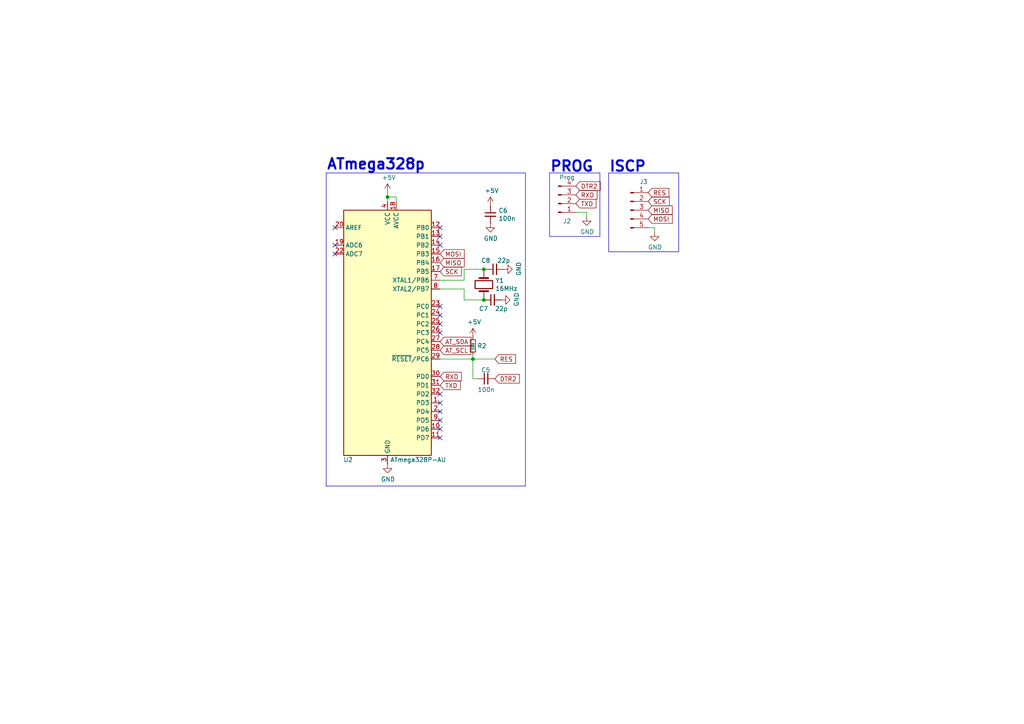
<source format=kicad_sch>
(kicad_sch (version 20230121) (generator eeschema)
  (paper "A4")
  (title_block (title "Robotska ruka") (date "2022-02-09") (rev "1") (company "TVZ"))
  (lib_symbols
    (symbol "Connector:Conn_01x04_Male" (pin_names (offset 1.016) hide)
      (property "Reference" "J" (at 0 5.08 0))
      (property "Value" "Conn_01x04_Male" (at 0 -7.62 0))
      (symbol "Conn_01x04_Male_1_1"
        (polyline (pts (xy 1.27 -5.08) (xy 0.8636 -5.08)) (stroke (width 0.1524)))
        (polyline (pts (xy 1.27 -2.54) (xy 0.8636 -2.54)) (stroke (width 0.1524)))
        (polyline (pts (xy 1.27 0) (xy 0.8636 0)) (stroke (width 0.1524)))
        (polyline (pts (xy 1.27 2.54) (xy 0.8636 2.54)) (stroke (width 0.1524)))
        (rectangle (start 0.8636 -4.953) (end 0 -5.207) (stroke (width 0.1524)) (fill (type outline)))
        (rectangle (start 0.8636 -2.413) (end 0 -2.667) (stroke (width 0.1524)) (fill (type outline)))
        (rectangle (start 0.8636 0.127) (end 0 -0.127) (stroke (width 0.1524)) (fill (type outline)))
        (rectangle (start 0.8636 2.667) (end 0 2.413) (stroke (width 0.1524)) (fill (type outline)))
        (pin passive line (at 5.08 2.54 180) (length 3.81) (name "Pin_1") (number "1"))
        (pin passive line (at 5.08 0 180) (length 3.81) (name "Pin_2") (number "2"))
        (pin passive line (at 5.08 -2.54 180) (length 3.81) (name "Pin_3") (number "3"))
        (pin passive line (at 5.08 -5.08 180) (length 3.81) (name "Pin_4") (number "4"))
      )
    )
    (symbol "Connector:Conn_01x05_Male" (pin_names (offset 1.016) hide)
      (property "Reference" "J" (at 0 7.62 0))
      (property "Value" "Conn_01x05_Male" (at 0 -7.62 0))
      (symbol "Conn_01x05_Male_1_1"
        (polyline (pts (xy 1.27 -5.08) (xy 0.8636 -5.08)) (stroke (width 0.1524)))
        (polyline (pts (xy 1.27 -2.54) (xy 0.8636 -2.54)) (stroke (width 0.1524)))
        (polyline (pts (xy 1.27 0) (xy 0.8636 0)) (stroke (width 0.1524)))
        (polyline (pts (xy 1.27 2.54) (xy 0.8636 2.54)) (stroke (width 0.1524)))
        (polyline (pts (xy 1.27 5.08) (xy 0.8636 5.08)) (stroke (width 0.1524)))
        (rectangle (start 0.8636 -4.953) (end 0 -5.207) (stroke (width 0.1524)) (fill (type outline)))
        (rectangle (start 0.8636 -2.413) (end 0 -2.667) (stroke (width 0.1524)) (fill (type outline)))
        (rectangle (start 0.8636 0.127) (end 0 -0.127) (stroke (width 0.1524)) (fill (type outline)))
        (rectangle (start 0.8636 2.667) (end 0 2.413) (stroke (width 0.1524)) (fill (type outline)))
        (rectangle (start 0.8636 5.207) (end 0 4.953) (stroke (width 0.1524)) (fill (type outline)))
        (pin passive line (at 5.08 5.08 180) (length 3.81) (name "Pin_1") (number "1"))
        (pin passive line (at 5.08 2.54 180) (length 3.81) (name "Pin_2") (number "2"))
        (pin passive line (at 5.08 0 180) (length 3.81) (name "Pin_3") (number "3"))
        (pin passive line (at 5.08 -2.54 180) (length 3.81) (name "Pin_4") (number "4"))
        (pin passive line (at 5.08 -5.08 180) (length 3.81) (name "Pin_5") (number "5"))
      )
    )
    (symbol "Device:C_Small" (pin_numbers hide) (pin_names (offset 0.254) hide)
      (property "Reference" "C" (at 0.254 1.778 0))
      (property "Value" "C_Small" (at 0.254 -2.032 0))
      (symbol "C_Small_0_1"
        (polyline (pts (xy -1.524 -0.508) (xy 1.524 -0.508)) (stroke (width 0.3302)))
        (polyline (pts (xy -1.524 0.508) (xy 1.524 0.508)) (stroke (width 0.3048)))
      )
      (symbol "C_Small_1_1"
        (pin passive line (at 0 2.54 270) (length 2.032) (name "~") (number "1"))
        (pin passive line (at 0 -2.54 90) (length 2.032) (name "~") (number "2"))
      )
    )
    (symbol "Device:Crystal" (pin_numbers hide) (pin_names (offset 1.016) hide)
      (property "Reference" "Y" (at 0 3.81 0))
      (property "Value" "Crystal" (at 0 -3.81 0))
      (symbol "Crystal_0_1"
        (rectangle (start -1.143 2.54) (end 1.143 -2.54) (stroke (width 0.3048)))
        (polyline (pts (xy -2.54 0) (xy -1.905 0)))
        (polyline (pts (xy -1.905 -1.27) (xy -1.905 1.27)) (stroke (width 0.508)))
        (polyline (pts (xy 1.905 -1.27) (xy 1.905 1.27)) (stroke (width 0.508)))
        (polyline (pts (xy 2.54 0) (xy 1.905 0)))
      )
      (symbol "Crystal_1_1"
        (pin passive line (at -3.81 0 0) (length 1.27) (name "1") (number "1"))
        (pin passive line (at 3.81 0 180) (length 1.27) (name "2") (number "2"))
      )
    )
    (symbol "Device:R_Small" (pin_numbers hide) (pin_names (offset 0.254) hide)
      (property "Reference" "R" (at 0.762 0.508 0))
      (property "Value" "R_Small" (at 0.762 -1.016 0))
      (symbol "R_Small_0_1"
        (rectangle (start -0.762 1.778) (end 0.762 -1.778) (stroke (width 0.2032)))
      )
      (symbol "R_Small_1_1"
        (pin passive line (at 0 2.54 270) (length 0.762) (name "~") (number "1"))
        (pin passive line (at 0 -2.54 90) (length 0.762) (name "~") (number "2"))
      )
    )
    (symbol "MCU_Microchip_ATmega:ATmega328P-AU"
      (property "Reference" "U" (at -12.7 36.83 0))
      (property "Value" "MCU_Microchip_ATmega_ATmega328P-AU" (at 2.54 -36.83 0))
      (symbol "ATmega328P-AU_0_1"
        (rectangle (start -12.7 -35.56) (end 12.7 35.56) (stroke (width 0.254)) (fill (type background)))
      )
      (symbol "ATmega328P-AU_1_1"
        (pin bidirectional line (at 15.24 -20.32 180) (length 2.54) (name "PD3") (number "1"))
        (pin bidirectional line (at 15.24 -27.94 180) (length 2.54) (name "PD6") (number "10"))
        (pin bidirectional line (at 15.24 -30.48 180) (length 2.54) (name "PD7") (number "11"))
        (pin bidirectional line (at 15.24 30.48 180) (length 2.54) (name "PB0") (number "12"))
        (pin bidirectional line (at 15.24 27.94 180) (length 2.54) (name "PB1") (number "13"))
        (pin bidirectional line (at 15.24 25.4 180) (length 2.54) (name "PB2") (number "14"))
        (pin bidirectional line (at 15.24 22.86 180) (length 2.54) (name "PB3") (number "15"))
        (pin bidirectional line (at 15.24 20.32 180) (length 2.54) (name "PB4") (number "16"))
        (pin bidirectional line (at 15.24 17.78 180) (length 2.54) (name "PB5") (number "17"))
        (pin power_in line (at 2.54 38.1 270) (length 2.54) (name "AVCC") (number "18"))
        (pin input line (at -15.24 25.4 0) (length 2.54) (name "ADC6") (number "19"))
        (pin bidirectional line (at 15.24 -22.86 180) (length 2.54) (name "PD4") (number "2"))
        (pin passive line (at -15.24 30.48 0) (length 2.54) (name "AREF") (number "20"))
        (pin passive line (at 0 -38.1 90) (length 2.54) hide (name "GND") (number "21"))
        (pin input line (at -15.24 22.86 0) (length 2.54) (name "ADC7") (number "22"))
        (pin bidirectional line (at 15.24 7.62 180) (length 2.54) (name "PC0") (number "23"))
        (pin bidirectional line (at 15.24 5.08 180) (length 2.54) (name "PC1") (number "24"))
        (pin bidirectional line (at 15.24 2.54 180) (length 2.54) (name "PC2") (number "25"))
        (pin bidirectional line (at 15.24 0 180) (length 2.54) (name "PC3") (number "26"))
        (pin bidirectional line (at 15.24 -2.54 180) (length 2.54) (name "PC4") (number "27"))
        (pin bidirectional line (at 15.24 -5.08 180) (length 2.54) (name "PC5") (number "28"))
        (pin bidirectional line (at 15.24 -7.62 180) (length 2.54) (name "~{RESET}/PC6") (number "29"))
        (pin power_in line (at 0 -38.1 90) (length 2.54) (name "GND") (number "3"))
        (pin bidirectional line (at 15.24 -12.7 180) (length 2.54) (name "PD0") (number "30"))
        (pin bidirectional line (at 15.24 -15.24 180) (length 2.54) (name "PD1") (number "31"))
        (pin bidirectional line (at 15.24 -17.78 180) (length 2.54) (name "PD2") (number "32"))
        (pin power_in line (at 0 38.1 270) (length 2.54) (name "VCC") (number "4"))
        (pin passive line (at 0 -38.1 90) (length 2.54) hide (name "GND") (number "5"))
        (pin passive line (at 0 38.1 270) (length 2.54) hide (name "VCC") (number "6"))
        (pin bidirectional line (at 15.24 15.24 180) (length 2.54) (name "XTAL1/PB6") (number "7"))
        (pin bidirectional line (at 15.24 12.7 180) (length 2.54) (name "XTAL2/PB7") (number "8"))
        (pin bidirectional line (at 15.24 -25.4 180) (length 2.54) (name "PD5") (number "9"))
      )
    )
    (symbol "power:+5V" (power) (pin_names (offset 0))
      (property "Value" "+5V" (at 0 3.556 0))
      (symbol "+5V_0_1"
        (polyline (pts (xy -0.762 1.27) (xy 0 2.54)))
        (polyline (pts (xy 0 0) (xy 0 2.54)))
        (polyline (pts (xy 0 2.54) (xy 0.762 1.27)))
      )
      (symbol "+5V_1_1"
        (pin power_in line (at 0 0 90) (length 0) hide (name "+5V") (number "1"))
      )
    )
    (symbol "power:GND" (power) (pin_names (offset 0))
      (property "Value" "GND" (at 0 -3.81 0))
      (symbol "GND_0_1"
        (polyline (pts (xy 0 0) (xy 0 -1.27) (xy 1.27 -1.27) (xy 0 -2.54) (xy -1.27 -1.27) (xy 0 -1.27)))
      )
      (symbol "GND_1_1"
        (pin power_in line (at 0 0 270) (length 0) hide (name "GND") (number "1"))
      )
    )
  )
  (junction (at 140.335 86.995))
  (junction (at 137.16 104.14))
  (junction (at 140.335 78.105))
  (junction (at 112.395 57.15))
  (no_connect (at 127.635 96.52))
  (no_connect (at 127.635 91.44))
  (no_connect (at 127.635 127))
  (no_connect (at 127.635 88.9))
  (no_connect (at 97.155 71.12))
  (no_connect (at 127.635 68.58))
  (no_connect (at 127.635 116.84))
  (no_connect (at 127.635 66.04))
  (no_connect (at 127.635 124.46))
  (no_connect (at 97.155 66.04))
  (no_connect (at 97.155 73.66))
  (no_connect (at 127.635 119.38))
  (no_connect (at 127.635 71.12))
  (no_connect (at 127.635 121.92))
  (no_connect (at 127.635 114.3))
  (no_connect (at 127.635 93.98))
  (wire (pts (xy 127.635 81.28) (xy 134.62 81.28)))
  (wire (pts (xy 170.18 61.595) (xy 167.005 61.595)))
  (polyline (pts (xy 196.85 73.025) (xy 196.85 50.165)))
  (polyline (pts (xy 159.385 68.58) (xy 159.385 50.165)))
  (wire (pts (xy 134.62 81.28) (xy 134.62 78.105)))
  (wire (pts (xy 112.395 57.15) (xy 112.395 58.42)))
  (polyline (pts (xy 152.4 50.165) (xy 152.4 140.97)))
  (wire (pts (xy 170.18 62.865) (xy 170.18 61.595)))
  (wire (pts (xy 114.935 57.15) (xy 112.395 57.15)))
  (polyline (pts (xy 173.99 50.165) (xy 173.99 68.58)))
  (wire (pts (xy 137.16 104.14) (xy 143.51 104.14)))
  (wire (pts (xy 112.395 55.88) (xy 112.395 57.15)))
  (polyline (pts (xy 94.615 50.165) (xy 94.615 140.97)))
  (polyline (pts (xy 94.615 140.97) (xy 152.4 140.97)))
  (wire (pts (xy 140.335 78.105) (xy 140.335 78.74)))
  (polyline (pts (xy 176.53 50.165) (xy 176.53 73.025)))
  (wire (pts (xy 134.62 86.995) (xy 134.62 83.82)))
  (wire (pts (xy 137.16 102.87) (xy 137.16 104.14)))
  (wire (pts (xy 114.935 58.42) (xy 114.935 57.15)))
  (wire (pts (xy 137.16 109.855) (xy 137.16 104.14)))
  (wire (pts (xy 134.62 86.995) (xy 140.335 86.995)))
  (wire (pts (xy 134.62 78.105) (xy 140.335 78.105)))
  (polyline (pts (xy 176.53 73.025) (xy 196.85 73.025)))
  (wire (pts (xy 189.865 67.31) (xy 189.865 66.04)))
  (wire (pts (xy 140.97 78.105) (xy 140.335 78.105)))
  (wire (pts (xy 189.865 66.04) (xy 187.96 66.04)))
  (wire (pts (xy 138.43 109.855) (xy 137.16 109.855)))
  (polyline (pts (xy 159.385 50.165) (xy 173.99 50.165)))
  (polyline (pts (xy 152.4 50.165) (xy 94.615 50.165)))
  (polyline (pts (xy 176.53 50.165) (xy 196.85 50.165)))
  (wire (pts (xy 127.635 83.82) (xy 134.62 83.82)))
  (polyline (pts (xy 173.99 68.58) (xy 159.385 68.58)))
  (wire (pts (xy 127.635 104.14) (xy 137.16 104.14)))
  (wire (pts (xy 140.335 86.995) (xy 140.335 86.36)))
  (text "ISCP" (at 176.53 50.165 0) (effects (font (size 3 3) (thickness 0.6) bold) (justify left bottom)))
  (text "ATmega328p" (at 94.615 49.53 0) (effects (font (size 3 3) (thickness 0.6) bold) (justify left bottom)))
  (text "PROG" (at 159.385 50.165 0) (effects (font (size 3 3) (thickness 0.6) bold) (justify left bottom)))
  (global_label "DTR2" (shape input) (at 143.51 109.855 0) (property "Intersheetrefs" "${INTERSHEET_REFS}" (effects hide)))
  (global_label "AT_SCL" (shape input) (at 127.635 101.6 0) (property "Intersheetrefs" "${INTERSHEET_REFS}" (effects hide)))
  (global_label "RES" (shape input) (at 187.96 55.88 0) (property "Intersheetrefs" "${INTERSHEET_REFS}" (effects hide)))
  (global_label "RXD" (shape input) (at 127.635 109.22 0) (property "Intersheetrefs" "${INTERSHEET_REFS}" (effects hide)))
  (global_label "MOSI" (shape input) (at 127.635 73.66 0) (property "Intersheetrefs" "${INTERSHEET_REFS}" (effects hide)))
  (global_label "MOSI" (shape input) (at 187.96 63.5 0) (property "Intersheetrefs" "${INTERSHEET_REFS}" (effects hide)))
  (global_label "TXD" (shape input) (at 127.635 111.76 0) (property "Intersheetrefs" "${INTERSHEET_REFS}" (effects hide)))
  (global_label "DTR2" (shape input) (at 167.005 53.975 0) (property "Intersheetrefs" "${INTERSHEET_REFS}" (effects hide)))
  (global_label "RXD" (shape input) (at 167.005 56.515 0) (property "Intersheetrefs" "${INTERSHEET_REFS}" (effects hide)))
  (global_label "AT_SDA" (shape input) (at 127.635 99.06 0) (property "Intersheetrefs" "${INTERSHEET_REFS}" (effects hide)))
  (global_label "RES" (shape input) (at 143.51 104.14 0) (property "Intersheetrefs" "${INTERSHEET_REFS}" (effects hide)))
  (global_label "TXD" (shape input) (at 167.005 59.055 0) (property "Intersheetrefs" "${INTERSHEET_REFS}" (effects hide)))
  (global_label "MISO" (shape input) (at 127.635 76.2 0) (property "Intersheetrefs" "${INTERSHEET_REFS}" (effects hide)))
  (global_label "SCK" (shape input) (at 127.635 78.74 0) (property "Intersheetrefs" "${INTERSHEET_REFS}" (effects hide)))
  (global_label "MISO" (shape input) (at 187.96 60.96 0) (property "Intersheetrefs" "${INTERSHEET_REFS}" (effects hide)))
  (global_label "SCK" (shape input) (at 187.96 58.42 0) (property "Intersheetrefs" "${INTERSHEET_REFS}" (effects hide)))
  (symbol (lib_id "power:+5V") (at 112.395 55.88 0) (unit 1)
    (property "Reference" "#PWR08" (effects hide))
    (property "Value" "+5V" (at 112.776 51.4858 0))
  )
  (symbol (lib_id "Device:C_Small") (at 142.24 62.23 0) (unit 1)
    (property "Reference" "C6" (at 144.5768 61.0616 0) (effects (justify left)))
    (property "Value" "100n" (at 144.5768 63.373 0) (effects (justify left)))
    (property "Footprint" "Capacitor_SMD:C_0805_2012Metric" (effects hide))
  )
  (symbol (lib_id "power:+5V") (at 142.24 59.69 0) (unit 1)
    (property "Reference" "#PWR011" (effects hide))
    (property "Value" "+5V" (at 142.621 55.2958 0))
  )
  (symbol (lib_id "power:GND") (at 142.24 64.77 0) (unit 1)
    (property "Reference" "#PWR012" (effects hide))
    (property "Value" "GND" (at 142.367 69.1642 0))
  )
  (symbol (lib_id "power:GND") (at 112.395 134.62 0) (unit 1)
    (property "Reference" "#PWR09" (effects hide))
    (property "Value" "GND" (at 112.522 139.0142 0))
  )
  (symbol (lib_id "Device:R_Small") (at 137.16 100.33 0) (unit 1)
    (property "Reference" "R2" (at 138.43 100.33 0) (effects (justify left)))
    (property "Value" "10k" (at 137.16 101.6 90) (effects (font (size 0.7874 0.7874)) (justify left)))
    (property "Footprint" "Resistor_SMD:R_0805_2012Metric" (effects hide))
  )
  (symbol (lib_id "power:+5V") (at 137.16 97.79 0) (unit 1)
    (property "Reference" "#PWR010" (effects hide))
    (property "Value" "+5V" (at 137.541 93.3958 0))
  )
  (symbol (lib_id "Connector:Conn_01x04_Male") (at 161.925 59.055 0) (mirror x) (unit 1)
    (property "Reference" "J2" (at 164.465 64.135 0))
    (property "Value" "Prog" (at 164.465 51.435 0))
    (property "Footprint" "Connector_PinHeader_2.54mm:PinHeader_1x04_P2.54mm_Horizontal" (effects hide))
  )
  (symbol (lib_id "power:GND") (at 170.18 62.865 0) (unit 1)
    (property "Reference" "#PWR016" (effects hide))
    (property "Value" "GND" (at 170.307 67.2592 0))
  )
  (symbol (lib_id "Device:C_Small") (at 140.97 109.855 90) (unit 1)
    (property "Reference" "C5" (at 142.24 107.315 90) (effects (justify left)))
    (property "Value" "100n" (at 143.51 113.03 90) (effects (justify left)))
    (property "Footprint" "Capacitor_SMD:C_0805_2012Metric" (effects hide))
  )
  (symbol (lib_id "Device:C_Small") (at 143.51 78.105 90) (unit 1)
    (property "Reference" "C8" (at 142.24 75.565 90) (effects (justify left)))
    (property "Value" "22p" (at 147.955 75.565 90) (effects (justify left)))
    (property "Footprint" "Capacitor_SMD:C_0805_2012Metric" (effects hide))
  )
  (symbol (lib_id "power:GND") (at 146.05 78.105 90) (unit 1)
    (property "Reference" "#PWR014" (effects hide))
    (property "Value" "GND" (at 150.4442 77.978 0))
  )
  (symbol (lib_id "Device:Crystal") (at 140.335 82.55 270) (unit 1)
    (property "Reference" "Y1" (at 143.6624 81.3816 90) (effects (justify left)))
    (property "Value" "16MHz" (at 143.6624 83.693 90) (effects (justify left)))
    (property "Footprint" "Crystal:Crystal_HC49-4H_Vertical" (effects hide))
  )
  (symbol (lib_id "Device:C_Small") (at 142.875 86.995 90) (unit 1)
    (property "Reference" "C7" (at 141.605 89.535 90) (effects (justify left)))
    (property "Value" "22p" (at 147.32 89.535 90) (effects (justify left)))
    (property "Footprint" "Capacitor_SMD:C_0805_2012Metric" (effects hide))
  )
  (symbol (lib_id "power:GND") (at 145.415 86.995 90) (unit 1)
    (property "Reference" "#PWR013" (effects hide))
    (property "Value" "GND" (at 149.8092 86.868 0))
  )
  (symbol (lib_id "MCU_Microchip_ATmega:ATmega328P-AU") (at 112.395 96.52 0) (unit 1)
    (property "Reference" "U2" (at 100.965 133.35 0))
    (property "Value" "ATmega328P-AU" (at 121.285 133.35 0))
    (property "Footprint" "Package_QFP:TQFP-32_7x7mm_P0.8mm" (effects hide))
    (property "Datasheet" "http://ww1.microchip.com/downloads/en/DeviceDoc/ATmega328_P%20AVR%20MCU%20with%20picoPower%20Technology%20Data%20Sheet%2040001984A.pdf" (effects hide))
  )
  (symbol (lib_id "Connector:Conn_01x05_Male") (at 182.88 60.96 0) (unit 1)
    (property "Reference" "J3" (at 186.69 52.705 0))
    (property "Value" "Conn_01x05_Male" (effects hide))
    (property "Footprint" "Connector_PinHeader_2.54mm:PinHeader_1x05_P2.54mm_Horizontal" (effects hide))
  )
  (symbol (lib_id "power:GND") (at 189.865 67.31 0) (unit 1)
    (property "Reference" "#PWR06" (effects hide))
    (property "Value" "GND" (at 189.992 71.7042 0))
  )
)
</source>
